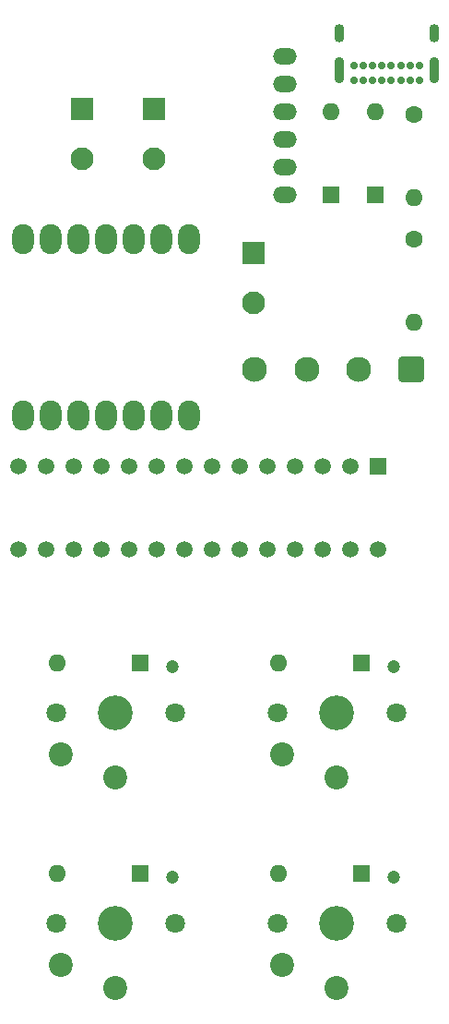
<source format=gbr>
%TF.GenerationSoftware,KiCad,Pcbnew,(6.0.1)*%
%TF.CreationDate,2022-02-25T19:27:25-05:00*%
%TF.ProjectId,InductorSchem,496e6475-6374-46f7-9253-6368656d2e6b,1*%
%TF.SameCoordinates,Original*%
%TF.FileFunction,Soldermask,Bot*%
%TF.FilePolarity,Negative*%
%FSLAX46Y46*%
G04 Gerber Fmt 4.6, Leading zero omitted, Abs format (unit mm)*
G04 Created by KiCad (PCBNEW (6.0.1)) date 2022-02-25 19:27:25*
%MOMM*%
%LPD*%
G01*
G04 APERTURE LIST*
G04 Aperture macros list*
%AMRoundRect*
0 Rectangle with rounded corners*
0 $1 Rounding radius*
0 $2 $3 $4 $5 $6 $7 $8 $9 X,Y pos of 4 corners*
0 Add a 4 corners polygon primitive as box body*
4,1,4,$2,$3,$4,$5,$6,$7,$8,$9,$2,$3,0*
0 Add four circle primitives for the rounded corners*
1,1,$1+$1,$2,$3*
1,1,$1+$1,$4,$5*
1,1,$1+$1,$6,$7*
1,1,$1+$1,$8,$9*
0 Add four rect primitives between the rounded corners*
20,1,$1+$1,$2,$3,$4,$5,0*
20,1,$1+$1,$4,$5,$6,$7,0*
20,1,$1+$1,$6,$7,$8,$9,0*
20,1,$1+$1,$8,$9,$2,$3,0*%
G04 Aperture macros list end*
%ADD10R,1.498600X1.498600*%
%ADD11C,1.498600*%
%ADD12R,1.600000X1.600000*%
%ADD13O,1.600000X1.600000*%
%ADD14C,0.700000*%
%ADD15O,0.900000X2.400000*%
%ADD16O,0.900000X1.700000*%
%ADD17RoundRect,0.250001X-0.799999X0.799999X-0.799999X-0.799999X0.799999X-0.799999X0.799999X0.799999X0*%
%ADD18C,2.100000*%
%ADD19C,1.600000*%
%ADD20O,1.998980X2.748280*%
%ADD21C,3.200000*%
%ADD22C,1.800000*%
%ADD23C,1.200000*%
%ADD24C,2.200000*%
%ADD25RoundRect,0.250001X0.899999X0.899999X-0.899999X0.899999X-0.899999X-0.899999X0.899999X-0.899999X0*%
%ADD26C,2.300000*%
%ADD27O,2.200000X1.500000*%
G04 APERTURE END LIST*
D10*
%TO.C,U3*%
X156718000Y-96266000D03*
D11*
X154178000Y-96266000D03*
X151638000Y-96266000D03*
X149098000Y-96266000D03*
X146558000Y-96266000D03*
X144018000Y-96266000D03*
X141478000Y-96266000D03*
X138938000Y-96266000D03*
X136398000Y-96266000D03*
X133858000Y-96266000D03*
X131318000Y-96266000D03*
X128778000Y-96266000D03*
X126238000Y-96266000D03*
X123698000Y-96266000D03*
X123698000Y-103886000D03*
X126238000Y-103886000D03*
X128778000Y-103886000D03*
X131318000Y-103886000D03*
X133858000Y-103886000D03*
X136398000Y-103886000D03*
X138938000Y-103886000D03*
X141478000Y-103886000D03*
X144018000Y-103886000D03*
X146558000Y-103886000D03*
X149098000Y-103886000D03*
X151638000Y-103886000D03*
X154178000Y-103886000D03*
X156718000Y-103886000D03*
%TD*%
D12*
%TO.C,D6*%
X155194000Y-133604000D03*
D13*
X147574000Y-133604000D03*
%TD*%
D12*
%TO.C,D5*%
X155194000Y-114300000D03*
D13*
X147574000Y-114300000D03*
%TD*%
D12*
%TO.C,D4*%
X134874000Y-133604000D03*
D13*
X127254000Y-133604000D03*
%TD*%
D12*
%TO.C,D3*%
X134874000Y-114300000D03*
D13*
X127254000Y-114300000D03*
%TD*%
D14*
%TO.C,J1*%
X160455000Y-60921000D03*
X159605000Y-60921000D03*
X158755000Y-60921000D03*
X157905000Y-60921000D03*
X157055000Y-60921000D03*
X156205000Y-60921000D03*
X155355000Y-60921000D03*
X154505000Y-60921000D03*
X154505000Y-59571000D03*
X155355000Y-59571000D03*
X156205000Y-59571000D03*
X157055000Y-59571000D03*
X157905000Y-59571000D03*
X158755000Y-59571000D03*
X159605000Y-59571000D03*
X160455000Y-59571000D03*
D15*
X153155000Y-59941000D03*
D16*
X153155000Y-56561000D03*
X161805000Y-56561000D03*
D15*
X161805000Y-59941000D03*
%TD*%
D13*
%TO.C,D1*%
X152400000Y-63754000D03*
D12*
X152400000Y-71374000D03*
%TD*%
D17*
%TO.C,J3*%
X129540000Y-63500000D03*
D18*
X129540000Y-68100000D03*
%TD*%
D19*
%TO.C,R2*%
X160020000Y-75438000D03*
D13*
X160020000Y-83058000D03*
%TD*%
D20*
%TO.C,U1*%
X124064490Y-91601290D03*
X126604490Y-91601290D03*
X129144490Y-91601290D03*
X131684490Y-91601290D03*
X134224490Y-91601290D03*
X136764490Y-91601290D03*
X139304490Y-91601290D03*
X139304490Y-75436730D03*
X136764490Y-75436730D03*
X134224490Y-75436730D03*
X131684490Y-75436730D03*
X129144490Y-75436730D03*
X126604490Y-75436730D03*
X124064490Y-75436730D03*
%TD*%
D13*
%TO.C,D2*%
X156464000Y-63754000D03*
D12*
X156464000Y-71374000D03*
%TD*%
D21*
%TO.C,SW4*%
X152908000Y-138176000D03*
D22*
X147408000Y-138176000D03*
X158408000Y-138176000D03*
D23*
X158128000Y-133976000D03*
D24*
X152908000Y-144076000D03*
X147908000Y-141976000D03*
%TD*%
D17*
%TO.C,J4*%
X145288000Y-76680000D03*
D18*
X145288000Y-81280000D03*
%TD*%
%TO.C,J2*%
X136144000Y-68100000D03*
D17*
X136144000Y-63500000D03*
%TD*%
D25*
%TO.C,J5*%
X159740000Y-87376000D03*
D26*
X154940000Y-87376000D03*
X150140000Y-87376000D03*
X145340000Y-87376000D03*
%TD*%
D23*
%TO.C,SW3*%
X137808000Y-133976000D03*
D21*
X132588000Y-138176000D03*
D22*
X138088000Y-138176000D03*
X127088000Y-138176000D03*
D24*
X132588000Y-144076000D03*
X127588000Y-141976000D03*
%TD*%
D22*
%TO.C,SW1*%
X127088000Y-118872000D03*
D21*
X132588000Y-118872000D03*
D23*
X137808000Y-114672000D03*
D22*
X138088000Y-118872000D03*
D24*
X132588000Y-124772000D03*
X127588000Y-122672000D03*
%TD*%
D22*
%TO.C,SW2*%
X147408000Y-118872000D03*
D23*
X158128000Y-114672000D03*
D21*
X152908000Y-118872000D03*
D22*
X158408000Y-118872000D03*
D24*
X152908000Y-124772000D03*
X147908000Y-122672000D03*
%TD*%
D27*
%TO.C,U2*%
X148094000Y-71376917D03*
X148094000Y-68836917D03*
X148094000Y-66296917D03*
X148094000Y-63756917D03*
X148094000Y-61216917D03*
X148094000Y-58676917D03*
%TD*%
D19*
%TO.C,R1*%
X160020000Y-64008000D03*
D13*
X160020000Y-71628000D03*
%TD*%
M02*

</source>
